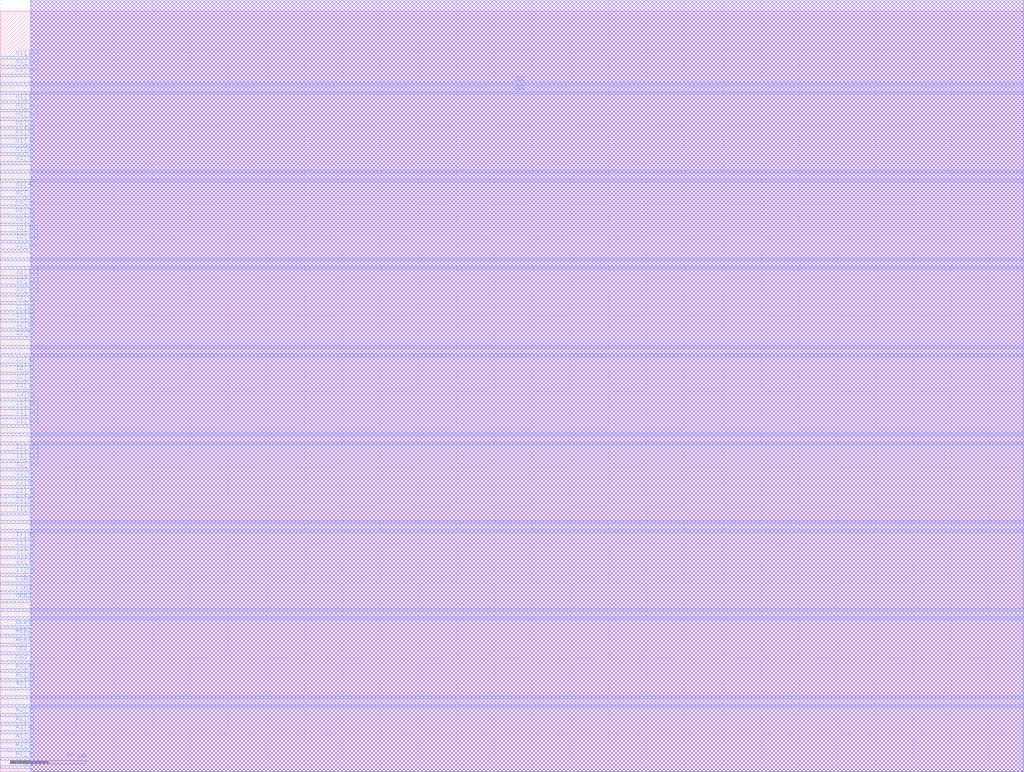
<source format=lef>
VERSION 5.6 ;
BUSBITCHARS "[]" ;
DIVIDERCHAR "/" ;

MACRO SRAM2RW32x16
  CLASS BLOCK ;
  ORIGIN 0 0 ;
  FOREIGN SRAM2RW32x16 0 0 ;
  SIZE 134.536 BY 100 ;
  SYMMETRY X Y ;
  PIN VDD
    DIRECTION INOUT ;
    USE POWER ;
    PORT 
      LAYER M4 ;
        RECT 0.0 8.448 134.536 8.832 ;
        RECT 0.0 19.968 134.536 20.352 ;
        RECT 0.0 31.488 134.536 31.872 ;
        RECT 0.0 43.008 134.536 43.392 ;
        RECT 0.0 54.528 134.536 54.912 ;
        RECT 0.0 66.048 134.536 66.432 ;
        RECT 0.0 77.568 134.536 77.952 ;
        RECT 0.0 89.088 134.536 89.472 ;
    END 
  END VDD
  PIN VSS
    DIRECTION INOUT ;
    USE GROUND ;
    PORT 
      LAYER M4 ;
        RECT 0.0 9.6 134.536 9.984 ;
        RECT 0.0 21.12 134.536 21.504 ;
        RECT 0.0 32.64 134.536 33.024 ;
        RECT 0.0 44.16 134.536 44.544 ;
        RECT 0.0 55.68 134.536 56.064 ;
        RECT 0.0 67.2 134.536 67.584 ;
        RECT 0.0 78.72 134.536 79.104 ;
        RECT 0.0 90.24 134.536 90.624 ;
    END 
  END VSS
  PIN A1[0]
    DIRECTION INPUT ;
    USE SIGNAL ;
    PORT 
      LAYER M4 ;
        RECT 0.0 0.384 4.0 0.768 ;
    END 
  END A1[0]
  PIN A1[1]
    DIRECTION INPUT ;
    USE SIGNAL ;
    PORT 
      LAYER M4 ;
        RECT 0.0 1.536 4.0 1.92 ;
    END 
  END A1[1]
  PIN A1[2]
    DIRECTION INPUT ;
    USE SIGNAL ;
    PORT 
      LAYER M4 ;
        RECT 0.0 2.688 4.0 3.072 ;
    END 
  END A1[2]
  PIN A1[3]
    DIRECTION INPUT ;
    USE SIGNAL ;
    PORT 
      LAYER M4 ;
        RECT 0.0 3.84 4.0 4.224 ;
    END 
  END A1[3]
  PIN A1[4]
    DIRECTION INPUT ;
    USE SIGNAL ;
    PORT 
      LAYER M4 ;
        RECT 0.0 4.992 4.0 5.376 ;
    END 
  END A1[4]
  PIN A2[0]
    DIRECTION INPUT ;
    USE SIGNAL ;
    PORT 
      LAYER M4 ;
        RECT 0.0 6.144 4.0 6.528 ;
    END 
  END A2[0]
  PIN A2[1]
    DIRECTION INPUT ;
    USE SIGNAL ;
    PORT 
      LAYER M4 ;
        RECT 0.0 7.296 4.0 7.68 ;
    END 
  END A2[1]
  PIN A2[2]
    DIRECTION INPUT ;
    USE SIGNAL ;
    PORT 
      LAYER M4 ;
        RECT 0.0 10.752 4.0 11.136 ;
    END 
  END A2[2]
  PIN A2[3]
    DIRECTION INPUT ;
    USE SIGNAL ;
    PORT 
      LAYER M4 ;
        RECT 0.0 11.904 4.0 12.288 ;
    END 
  END A2[3]
  PIN A2[4]
    DIRECTION INPUT ;
    USE SIGNAL ;
    PORT 
      LAYER M4 ;
        RECT 0.0 13.056 4.0 13.44 ;
    END 
  END A2[4]
  PIN CE1
    DIRECTION INPUT ;
    USE SIGNAL ;
    PORT 
      LAYER M4 ;
        RECT 0.0 14.208 4.0 14.592 ;
    END 
  END CE1
  PIN CE2
    DIRECTION INPUT ;
    USE SIGNAL ;
    PORT 
      LAYER M4 ;
        RECT 0.0 15.36 4.0 15.744 ;
    END 
  END CE2
  PIN WEB1
    DIRECTION INPUT ;
    USE SIGNAL ;
    PORT 
      LAYER M4 ;
        RECT 0.0 16.512 4.0 16.896 ;
    END 
  END WEB1
  PIN WEB2
    DIRECTION INPUT ;
    USE SIGNAL ;
    PORT 
      LAYER M4 ;
        RECT 0.0 17.664 4.0 18.048 ;
    END 
  END WEB2
  PIN OEB1
    DIRECTION INPUT ;
    USE SIGNAL ;
    PORT 
      LAYER M4 ;
        RECT 0.0 18.816 4.0 19.2 ;
    END 
  END OEB1
  PIN OEB2
    DIRECTION INPUT ;
    USE SIGNAL ;
    PORT 
      LAYER M4 ;
        RECT 0.0 22.272 4.0 22.656 ;
    END 
  END OEB2
  PIN CSB1
    DIRECTION INPUT ;
    USE SIGNAL ;
    PORT 
      LAYER M4 ;
        RECT 0.0 23.424 4.0 23.808 ;
    END 
  END CSB1
  PIN CSB2
    DIRECTION INPUT ;
    USE SIGNAL ;
    PORT 
      LAYER M4 ;
        RECT 0.0 24.576 4.0 24.96 ;
    END 
  END CSB2
  PIN I1[0]
    DIRECTION INPUT ;
    USE SIGNAL ;
    PORT 
      LAYER M4 ;
        RECT 0.0 25.728 4.0 26.112 ;
    END 
  END I1[0]
  PIN I1[1]
    DIRECTION INPUT ;
    USE SIGNAL ;
    PORT 
      LAYER M4 ;
        RECT 0.0 26.88 4.0 27.264 ;
    END 
  END I1[1]
  PIN I1[2]
    DIRECTION INPUT ;
    USE SIGNAL ;
    PORT 
      LAYER M4 ;
        RECT 0.0 28.032 4.0 28.416 ;
    END 
  END I1[2]
  PIN I1[3]
    DIRECTION INPUT ;
    USE SIGNAL ;
    PORT 
      LAYER M4 ;
        RECT 0.0 29.184 4.0 29.568 ;
    END 
  END I1[3]
  PIN I1[4]
    DIRECTION INPUT ;
    USE SIGNAL ;
    PORT 
      LAYER M4 ;
        RECT 0.0 30.336 4.0 30.72 ;
    END 
  END I1[4]
  PIN I1[5]
    DIRECTION INPUT ;
    USE SIGNAL ;
    PORT 
      LAYER M4 ;
        RECT 0.0 33.792 4.0 34.176 ;
    END 
  END I1[5]
  PIN I1[6]
    DIRECTION INPUT ;
    USE SIGNAL ;
    PORT 
      LAYER M4 ;
        RECT 0.0 34.944 4.0 35.328 ;
    END 
  END I1[6]
  PIN I1[7]
    DIRECTION INPUT ;
    USE SIGNAL ;
    PORT 
      LAYER M4 ;
        RECT 0.0 36.096 4.0 36.48 ;
    END 
  END I1[7]
  PIN I1[8]
    DIRECTION INPUT ;
    USE SIGNAL ;
    PORT 
      LAYER M4 ;
        RECT 0.0 37.248 4.0 37.632 ;
    END 
  END I1[8]
  PIN I1[9]
    DIRECTION INPUT ;
    USE SIGNAL ;
    PORT 
      LAYER M4 ;
        RECT 0.0 38.4 4.0 38.784 ;
    END 
  END I1[9]
  PIN I1[10]
    DIRECTION INPUT ;
    USE SIGNAL ;
    PORT 
      LAYER M4 ;
        RECT 0.0 39.552 4.0 39.936 ;
    END 
  END I1[10]
  PIN I1[11]
    DIRECTION INPUT ;
    USE SIGNAL ;
    PORT 
      LAYER M4 ;
        RECT 0.0 40.704 4.0 41.088 ;
    END 
  END I1[11]
  PIN I1[12]
    DIRECTION INPUT ;
    USE SIGNAL ;
    PORT 
      LAYER M4 ;
        RECT 0.0 41.856 4.0 42.24 ;
    END 
  END I1[12]
  PIN I1[13]
    DIRECTION INPUT ;
    USE SIGNAL ;
    PORT 
      LAYER M4 ;
        RECT 0.0 45.312 4.0 45.696 ;
    END 
  END I1[13]
  PIN I1[14]
    DIRECTION INPUT ;
    USE SIGNAL ;
    PORT 
      LAYER M4 ;
        RECT 0.0 46.464 4.0 46.848 ;
    END 
  END I1[14]
  PIN I1[15]
    DIRECTION INPUT ;
    USE SIGNAL ;
    PORT 
      LAYER M4 ;
        RECT 0.0 47.616 4.0 48.0 ;
    END 
  END I1[15]
  PIN I2[0]
    DIRECTION INPUT ;
    USE SIGNAL ;
    PORT 
      LAYER M4 ;
        RECT 0.0 48.768 4.0 49.152 ;
    END 
  END I2[0]
  PIN I2[1]
    DIRECTION INPUT ;
    USE SIGNAL ;
    PORT 
      LAYER M4 ;
        RECT 0.0 49.92 4.0 50.304 ;
    END 
  END I2[1]
  PIN I2[2]
    DIRECTION INPUT ;
    USE SIGNAL ;
    PORT 
      LAYER M4 ;
        RECT 0.0 51.072 4.0 51.456 ;
    END 
  END I2[2]
  PIN I2[3]
    DIRECTION INPUT ;
    USE SIGNAL ;
    PORT 
      LAYER M4 ;
        RECT 0.0 52.224 4.0 52.608 ;
    END 
  END I2[3]
  PIN I2[4]
    DIRECTION INPUT ;
    USE SIGNAL ;
    PORT 
      LAYER M4 ;
        RECT 0.0 53.376 4.0 53.76 ;
    END 
  END I2[4]
  PIN I2[5]
    DIRECTION INPUT ;
    USE SIGNAL ;
    PORT 
      LAYER M4 ;
        RECT 0.0 56.832 4.0 57.216 ;
    END 
  END I2[5]
  PIN I2[6]
    DIRECTION INPUT ;
    USE SIGNAL ;
    PORT 
      LAYER M4 ;
        RECT 0.0 57.984 4.0 58.368 ;
    END 
  END I2[6]
  PIN I2[7]
    DIRECTION INPUT ;
    USE SIGNAL ;
    PORT 
      LAYER M4 ;
        RECT 0.0 59.136 4.0 59.52 ;
    END 
  END I2[7]
  PIN I2[8]
    DIRECTION INPUT ;
    USE SIGNAL ;
    PORT 
      LAYER M4 ;
        RECT 0.0 60.288 4.0 60.672 ;
    END 
  END I2[8]
  PIN I2[9]
    DIRECTION INPUT ;
    USE SIGNAL ;
    PORT 
      LAYER M4 ;
        RECT 0.0 61.44 4.0 61.824 ;
    END 
  END I2[9]
  PIN I2[10]
    DIRECTION INPUT ;
    USE SIGNAL ;
    PORT 
      LAYER M4 ;
        RECT 0.0 62.592 4.0 62.976 ;
    END 
  END I2[10]
  PIN I2[11]
    DIRECTION INPUT ;
    USE SIGNAL ;
    PORT 
      LAYER M4 ;
        RECT 0.0 63.744 4.0 64.128 ;
    END 
  END I2[11]
  PIN I2[12]
    DIRECTION INPUT ;
    USE SIGNAL ;
    PORT 
      LAYER M4 ;
        RECT 0.0 64.896 4.0 65.28 ;
    END 
  END I2[12]
  PIN I2[13]
    DIRECTION INPUT ;
    USE SIGNAL ;
    PORT 
      LAYER M4 ;
        RECT 0.0 68.352 4.0 68.736 ;
    END 
  END I2[13]
  PIN I2[14]
    DIRECTION INPUT ;
    USE SIGNAL ;
    PORT 
      LAYER M4 ;
        RECT 0.0 69.504 4.0 69.888 ;
    END 
  END I2[14]
  PIN I2[15]
    DIRECTION INPUT ;
    USE SIGNAL ;
    PORT 
      LAYER M4 ;
        RECT 0.0 70.656 4.0 71.04 ;
    END 
  END I2[15]
  PIN O1[0]
    DIRECTION OUTPUT ;
    USE SIGNAL ;
    PORT 
      LAYER M4 ;
        RECT 0.0 71.808 4.0 72.192 ;
    END 
  END O1[0]
  PIN O1[1]
    DIRECTION OUTPUT ;
    USE SIGNAL ;
    PORT 
      LAYER M4 ;
        RECT 0.0 72.96 4.0 73.344 ;
    END 
  END O1[1]
  PIN O1[2]
    DIRECTION OUTPUT ;
    USE SIGNAL ;
    PORT 
      LAYER M4 ;
        RECT 0.0 74.112 4.0 74.496 ;
    END 
  END O1[2]
  PIN O1[3]
    DIRECTION OUTPUT ;
    USE SIGNAL ;
    PORT 
      LAYER M4 ;
        RECT 0.0 75.264 4.0 75.648 ;
    END 
  END O1[3]
  PIN O1[4]
    DIRECTION OUTPUT ;
    USE SIGNAL ;
    PORT 
      LAYER M4 ;
        RECT 0.0 76.416 4.0 76.8 ;
    END 
  END O1[4]
  PIN O1[5]
    DIRECTION OUTPUT ;
    USE SIGNAL ;
    PORT 
      LAYER M4 ;
        RECT 0.0 79.872 4.0 80.256 ;
    END 
  END O1[5]
  PIN O1[6]
    DIRECTION OUTPUT ;
    USE SIGNAL ;
    PORT 
      LAYER M4 ;
        RECT 0.0 81.024 4.0 81.408 ;
    END 
  END O1[6]
  PIN O1[7]
    DIRECTION OUTPUT ;
    USE SIGNAL ;
    PORT 
      LAYER M4 ;
        RECT 0.0 82.176 4.0 82.56 ;
    END 
  END O1[7]
  PIN O1[8]
    DIRECTION OUTPUT ;
    USE SIGNAL ;
    PORT 
      LAYER M4 ;
        RECT 0.0 83.328 4.0 83.712 ;
    END 
  END O1[8]
  PIN O1[9]
    DIRECTION OUTPUT ;
    USE SIGNAL ;
    PORT 
      LAYER M4 ;
        RECT 0.0 84.48 4.0 84.864 ;
    END 
  END O1[9]
  PIN O1[10]
    DIRECTION OUTPUT ;
    USE SIGNAL ;
    PORT 
      LAYER M4 ;
        RECT 0.0 85.632 4.0 86.016 ;
    END 
  END O1[10]
  PIN O1[11]
    DIRECTION OUTPUT ;
    USE SIGNAL ;
    PORT 
      LAYER M4 ;
        RECT 0.0 86.784 4.0 87.168 ;
    END 
  END O1[11]
  PIN O1[12]
    DIRECTION OUTPUT ;
    USE SIGNAL ;
    PORT 
      LAYER M4 ;
        RECT 0.0 87.936 4.0 88.32 ;
    END 
  END O1[12]
  PIN O1[13]
    DIRECTION OUTPUT ;
    USE SIGNAL ;
    PORT 
      LAYER M4 ;
        RECT 0.0 91.392 4.0 91.776 ;
    END 
  END O1[13]
  PIN O1[14]
    DIRECTION OUTPUT ;
    USE SIGNAL ;
    PORT 
      LAYER M4 ;
        RECT 0.0 92.544 4.0 92.928 ;
    END 
  END O1[14]
  PIN O1[15]
    DIRECTION OUTPUT ;
    USE SIGNAL ;
    PORT 
      LAYER M4 ;
        RECT 0.0 93.696 4.0 94.08 ;
    END 
  END O1[15]
  OBS 
    LAYER M1 ;
      RECT 4.0 0.0 134.536 101.536 ;
    LAYER M2 ;
      RECT 4.0 0.0 134.536 101.536 ;
    LAYER M3 ;
      RECT 4.0 0.0 134.536 101.536 ;
  END 
END SRAM2RW32x16

END LIBRARY
</source>
